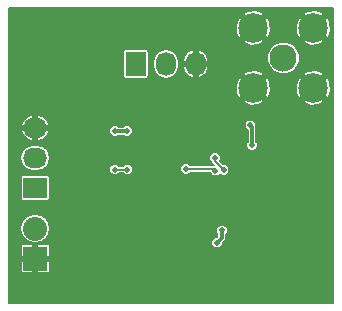
<source format=gbl>
G04 #@! TF.FileFunction,Copper,L2,Bot,Signal*
%FSLAX46Y46*%
G04 Gerber Fmt 4.6, Leading zero omitted, Abs format (unit mm)*
G04 Created by KiCad (PCBNEW (after 2015-mar-04 BZR unknown)-product) date Sat 20 Jun 2015 01:48:00 AM EDT*
%MOMM*%
G01*
G04 APERTURE LIST*
%ADD10C,0.100000*%
%ADD11R,2.032000X2.032000*%
%ADD12O,2.032000X2.032000*%
%ADD13R,1.727200X2.032000*%
%ADD14O,1.727200X2.032000*%
%ADD15R,2.032000X1.727200*%
%ADD16O,2.032000X1.727200*%
%ADD17C,2.300000*%
%ADD18C,2.500000*%
%ADD19C,0.508000*%
%ADD20C,0.300000*%
%ADD21C,0.152400*%
G04 APERTURE END LIST*
D10*
D11*
X120500000Y-82500000D03*
D12*
X120500000Y-79960000D03*
D13*
X129000000Y-66000000D03*
D14*
X131540000Y-66000000D03*
X134080000Y-66000000D03*
D15*
X120500000Y-76500000D03*
D16*
X120500000Y-73960000D03*
X120500000Y-71420000D03*
D17*
X141500000Y-65500000D03*
D18*
X144040000Y-62960000D03*
X138960000Y-62960000D03*
X138960000Y-68040000D03*
X144040000Y-68040000D03*
D19*
X127250000Y-71700000D03*
X128250000Y-71700000D03*
X138750000Y-75300000D03*
X135500000Y-79600000D03*
X136500000Y-81600000D03*
X137050000Y-84350000D03*
X131950000Y-84750000D03*
X128000000Y-84000000D03*
X127350000Y-80000000D03*
X132850000Y-79750000D03*
X132600000Y-78500000D03*
X137500000Y-69750000D03*
X137250000Y-73300000D03*
X133650000Y-72550000D03*
X130800000Y-72350000D03*
X134450000Y-68850000D03*
X126000000Y-65950000D03*
X120000000Y-68800000D03*
X121750000Y-69450000D03*
X136300000Y-80100000D03*
X135900000Y-81150000D03*
X138850000Y-72900000D03*
X138700000Y-71200000D03*
X127250000Y-74950000D03*
X128300000Y-74950000D03*
X133250000Y-74900000D03*
X135750000Y-75050000D03*
X135700000Y-73950000D03*
X136450000Y-75000000D03*
D20*
X128250000Y-71700000D02*
X127250000Y-71700000D01*
X132850000Y-79750000D02*
X132750000Y-79750000D01*
X137250000Y-73300000D02*
X137300000Y-73300000D01*
X136300000Y-80750000D02*
X136300000Y-80100000D01*
X135900000Y-81150000D02*
X136300000Y-80750000D01*
X138850000Y-71350000D02*
X138850000Y-72900000D01*
X138700000Y-71200000D02*
X138850000Y-71350000D01*
D21*
X128300000Y-74950000D02*
X127250000Y-74950000D01*
X135600000Y-74900000D02*
X133250000Y-74900000D01*
X135750000Y-75050000D02*
X135600000Y-74900000D01*
X135700000Y-74250000D02*
X135700000Y-73950000D01*
X136450000Y-75000000D02*
X135700000Y-74250000D01*
G36*
X145721400Y-86221400D02*
X145537189Y-86221400D01*
X145537189Y-68216591D01*
X145537189Y-63136591D01*
X145490801Y-62550199D01*
X145355644Y-62223902D01*
X145183588Y-62067859D01*
X144932141Y-62319306D01*
X144932141Y-61816412D01*
X144776098Y-61644356D01*
X144216591Y-61462811D01*
X143630199Y-61509199D01*
X143303902Y-61644356D01*
X143147859Y-61816412D01*
X144040000Y-62708553D01*
X144932141Y-61816412D01*
X144932141Y-62319306D01*
X144291447Y-62960000D01*
X145183588Y-63852141D01*
X145355644Y-63696098D01*
X145537189Y-63136591D01*
X145537189Y-68216591D01*
X145490801Y-67630199D01*
X145355644Y-67303902D01*
X145183588Y-67147859D01*
X144932141Y-67399306D01*
X144932141Y-66896412D01*
X144932141Y-64103588D01*
X144040000Y-63211447D01*
X143788553Y-63462894D01*
X143788553Y-62960000D01*
X142896412Y-62067859D01*
X142724356Y-62223902D01*
X142542811Y-62783409D01*
X142589199Y-63369801D01*
X142724356Y-63696098D01*
X142896412Y-63852141D01*
X143788553Y-62960000D01*
X143788553Y-63462894D01*
X143147859Y-64103588D01*
X143303902Y-64275644D01*
X143863409Y-64457189D01*
X144449801Y-64410801D01*
X144776098Y-64275644D01*
X144932141Y-64103588D01*
X144932141Y-66896412D01*
X144776098Y-66724356D01*
X144216591Y-66542811D01*
X143630199Y-66589199D01*
X143303902Y-66724356D01*
X143147859Y-66896412D01*
X144040000Y-67788553D01*
X144932141Y-66896412D01*
X144932141Y-67399306D01*
X144291447Y-68040000D01*
X145183588Y-68932141D01*
X145355644Y-68776098D01*
X145537189Y-68216591D01*
X145537189Y-86221400D01*
X144932141Y-86221400D01*
X144932141Y-69183588D01*
X144040000Y-68291447D01*
X143788553Y-68542894D01*
X143788553Y-68040000D01*
X142896412Y-67147859D01*
X142878838Y-67163797D01*
X142878838Y-65226983D01*
X142669401Y-64720106D01*
X142281934Y-64331962D01*
X141775423Y-64121640D01*
X141226983Y-64121162D01*
X140720106Y-64330599D01*
X140457189Y-64593057D01*
X140457189Y-63136591D01*
X140410801Y-62550199D01*
X140275644Y-62223902D01*
X140103588Y-62067859D01*
X139852141Y-62319306D01*
X139852141Y-61816412D01*
X139696098Y-61644356D01*
X139136591Y-61462811D01*
X138550199Y-61509199D01*
X138223902Y-61644356D01*
X138067859Y-61816412D01*
X138960000Y-62708553D01*
X139852141Y-61816412D01*
X139852141Y-62319306D01*
X139211447Y-62960000D01*
X140103588Y-63852141D01*
X140275644Y-63696098D01*
X140457189Y-63136591D01*
X140457189Y-64593057D01*
X140331962Y-64718066D01*
X140121640Y-65224577D01*
X140121162Y-65773017D01*
X140330599Y-66279894D01*
X140718066Y-66668038D01*
X141224577Y-66878360D01*
X141773017Y-66878838D01*
X142279894Y-66669401D01*
X142668038Y-66281934D01*
X142878360Y-65775423D01*
X142878838Y-65226983D01*
X142878838Y-67163797D01*
X142724356Y-67303902D01*
X142542811Y-67863409D01*
X142589199Y-68449801D01*
X142724356Y-68776098D01*
X142896412Y-68932141D01*
X143788553Y-68040000D01*
X143788553Y-68542894D01*
X143147859Y-69183588D01*
X143303902Y-69355644D01*
X143863409Y-69537189D01*
X144449801Y-69490801D01*
X144776098Y-69355644D01*
X144932141Y-69183588D01*
X144932141Y-86221400D01*
X140457189Y-86221400D01*
X140457189Y-68216591D01*
X140410801Y-67630199D01*
X140275644Y-67303902D01*
X140103588Y-67147859D01*
X139852141Y-67399306D01*
X139852141Y-66896412D01*
X139852141Y-64103588D01*
X138960000Y-63211447D01*
X138708553Y-63462894D01*
X138708553Y-62960000D01*
X137816412Y-62067859D01*
X137644356Y-62223902D01*
X137462811Y-62783409D01*
X137509199Y-63369801D01*
X137644356Y-63696098D01*
X137816412Y-63852141D01*
X138708553Y-62960000D01*
X138708553Y-63462894D01*
X138067859Y-64103588D01*
X138223902Y-64275644D01*
X138783409Y-64457189D01*
X139369801Y-64410801D01*
X139696098Y-64275644D01*
X139852141Y-64103588D01*
X139852141Y-66896412D01*
X139696098Y-66724356D01*
X139136591Y-66542811D01*
X138550199Y-66589199D01*
X138223902Y-66724356D01*
X138067859Y-66896412D01*
X138960000Y-67788553D01*
X139852141Y-66896412D01*
X139852141Y-67399306D01*
X139211447Y-68040000D01*
X140103588Y-68932141D01*
X140275644Y-68776098D01*
X140457189Y-68216591D01*
X140457189Y-86221400D01*
X139852141Y-86221400D01*
X139852141Y-69183588D01*
X138960000Y-68291447D01*
X138708553Y-68542894D01*
X138708553Y-68040000D01*
X137816412Y-67147859D01*
X137644356Y-67303902D01*
X137462811Y-67863409D01*
X137509199Y-68449801D01*
X137644356Y-68776098D01*
X137816412Y-68932141D01*
X138708553Y-68040000D01*
X138708553Y-68542894D01*
X138067859Y-69183588D01*
X138223902Y-69355644D01*
X138783409Y-69537189D01*
X139369801Y-69490801D01*
X139696098Y-69355644D01*
X139852141Y-69183588D01*
X139852141Y-86221400D01*
X139332684Y-86221400D01*
X139332684Y-72804426D01*
X139259367Y-72626986D01*
X139228600Y-72596165D01*
X139228600Y-71350005D01*
X139228600Y-71350000D01*
X139228601Y-71350000D01*
X139199781Y-71205116D01*
X139182618Y-71179430D01*
X139182684Y-71104426D01*
X139109367Y-70926986D01*
X138973728Y-70791110D01*
X138796416Y-70717484D01*
X138604426Y-70717316D01*
X138426986Y-70790633D01*
X138291110Y-70926272D01*
X138217484Y-71103584D01*
X138217316Y-71295574D01*
X138290633Y-71473014D01*
X138426272Y-71608890D01*
X138471400Y-71627628D01*
X138471400Y-72596034D01*
X138441110Y-72626272D01*
X138367484Y-72803584D01*
X138367316Y-72995574D01*
X138440633Y-73173014D01*
X138576272Y-73308890D01*
X138753584Y-73382516D01*
X138945574Y-73382684D01*
X139123014Y-73309367D01*
X139258890Y-73173728D01*
X139332516Y-72996416D01*
X139332684Y-72804426D01*
X139332684Y-86221400D01*
X136932684Y-86221400D01*
X136932684Y-74904426D01*
X136859367Y-74726986D01*
X136723728Y-74591110D01*
X136546416Y-74517484D01*
X136398406Y-74517354D01*
X136106833Y-74225781D01*
X136108890Y-74223728D01*
X136182516Y-74046416D01*
X136182684Y-73854426D01*
X136109367Y-73676986D01*
X135973728Y-73541110D01*
X135796416Y-73467484D01*
X135604426Y-73467316D01*
X135426986Y-73540633D01*
X135291110Y-73676272D01*
X135217484Y-73853584D01*
X135217316Y-74045574D01*
X135290633Y-74223014D01*
X135414517Y-74347115D01*
X135418402Y-74366642D01*
X135484474Y-74465526D01*
X135606193Y-74587245D01*
X135586941Y-74595200D01*
X135152738Y-74595200D01*
X135152738Y-66348022D01*
X135152738Y-65651978D01*
X134996219Y-65256350D01*
X134700214Y-64950734D01*
X134424190Y-64811050D01*
X134257800Y-64827936D01*
X134257800Y-65822200D01*
X135112983Y-65822200D01*
X135152738Y-65651978D01*
X135152738Y-66348022D01*
X135112983Y-66177800D01*
X134257800Y-66177800D01*
X134257800Y-67172064D01*
X134424190Y-67188950D01*
X134700214Y-67049266D01*
X134996219Y-66743650D01*
X135152738Y-66348022D01*
X135152738Y-74595200D01*
X133902200Y-74595200D01*
X133902200Y-67172064D01*
X133902200Y-66177800D01*
X133902200Y-65822200D01*
X133902200Y-64827936D01*
X133735810Y-64811050D01*
X133459786Y-64950734D01*
X133163781Y-65256350D01*
X133007262Y-65651978D01*
X133047017Y-65822200D01*
X133902200Y-65822200D01*
X133902200Y-66177800D01*
X133047017Y-66177800D01*
X133007262Y-66348022D01*
X133163781Y-66743650D01*
X133459786Y-67049266D01*
X133735810Y-67188950D01*
X133902200Y-67172064D01*
X133902200Y-74595200D01*
X133627636Y-74595200D01*
X133523728Y-74491110D01*
X133346416Y-74417484D01*
X133154426Y-74417316D01*
X132976986Y-74490633D01*
X132841110Y-74626272D01*
X132767484Y-74803584D01*
X132767316Y-74995574D01*
X132840633Y-75173014D01*
X132976272Y-75308890D01*
X133153584Y-75382516D01*
X133345574Y-75382684D01*
X133523014Y-75309367D01*
X133627763Y-75204800D01*
X135291787Y-75204800D01*
X135340633Y-75323014D01*
X135476272Y-75458890D01*
X135653584Y-75532516D01*
X135845574Y-75532684D01*
X136023014Y-75459367D01*
X136125015Y-75357543D01*
X136176272Y-75408890D01*
X136353584Y-75482516D01*
X136545574Y-75482684D01*
X136723014Y-75409367D01*
X136858890Y-75273728D01*
X136932516Y-75096416D01*
X136932684Y-74904426D01*
X136932684Y-86221400D01*
X136782684Y-86221400D01*
X136782684Y-80004426D01*
X136709367Y-79826986D01*
X136573728Y-79691110D01*
X136396416Y-79617484D01*
X136204426Y-79617316D01*
X136026986Y-79690633D01*
X135891110Y-79826272D01*
X135817484Y-80003584D01*
X135817316Y-80195574D01*
X135890633Y-80373014D01*
X135921400Y-80403834D01*
X135921400Y-80593178D01*
X135847225Y-80667353D01*
X135804426Y-80667316D01*
X135626986Y-80740633D01*
X135491110Y-80876272D01*
X135417484Y-81053584D01*
X135417316Y-81245574D01*
X135490633Y-81423014D01*
X135626272Y-81558890D01*
X135803584Y-81632516D01*
X135995574Y-81632684D01*
X136173014Y-81559367D01*
X136308890Y-81423728D01*
X136382516Y-81246416D01*
X136382554Y-81202867D01*
X136567707Y-81017713D01*
X136567710Y-81017711D01*
X136567711Y-81017711D01*
X136649781Y-80894884D01*
X136678600Y-80750000D01*
X136678600Y-80403965D01*
X136708890Y-80373728D01*
X136782516Y-80196416D01*
X136782684Y-80004426D01*
X136782684Y-86221400D01*
X132632200Y-86221400D01*
X132632200Y-66176783D01*
X132632200Y-65823217D01*
X132549061Y-65405250D01*
X132312302Y-65050915D01*
X131957967Y-64814156D01*
X131540000Y-64731017D01*
X131122033Y-64814156D01*
X130767698Y-65050915D01*
X130530939Y-65405250D01*
X130447800Y-65823217D01*
X130447800Y-66176783D01*
X130530939Y-66594750D01*
X130767698Y-66949085D01*
X131122033Y-67185844D01*
X131540000Y-67268983D01*
X131957967Y-67185844D01*
X132312302Y-66949085D01*
X132549061Y-66594750D01*
X132632200Y-66176783D01*
X132632200Y-86221400D01*
X130096679Y-86221400D01*
X130096679Y-67016000D01*
X130096679Y-64984000D01*
X130079767Y-64896836D01*
X130029442Y-64820226D01*
X129953471Y-64768944D01*
X129863600Y-64750921D01*
X128136400Y-64750921D01*
X128049236Y-64767833D01*
X127972626Y-64818158D01*
X127921344Y-64894129D01*
X127903321Y-64984000D01*
X127903321Y-67016000D01*
X127920233Y-67103164D01*
X127970558Y-67179774D01*
X128046529Y-67231056D01*
X128136400Y-67249079D01*
X129863600Y-67249079D01*
X129950764Y-67232167D01*
X130027374Y-67181842D01*
X130078656Y-67105871D01*
X130096679Y-67016000D01*
X130096679Y-86221400D01*
X128782684Y-86221400D01*
X128782684Y-74854426D01*
X128732684Y-74733417D01*
X128732684Y-71604426D01*
X128659367Y-71426986D01*
X128523728Y-71291110D01*
X128346416Y-71217484D01*
X128154426Y-71217316D01*
X127976986Y-71290633D01*
X127946165Y-71321400D01*
X127553965Y-71321400D01*
X127523728Y-71291110D01*
X127346416Y-71217484D01*
X127154426Y-71217316D01*
X126976986Y-71290633D01*
X126841110Y-71426272D01*
X126767484Y-71603584D01*
X126767316Y-71795574D01*
X126840633Y-71973014D01*
X126976272Y-72108890D01*
X127153584Y-72182516D01*
X127345574Y-72182684D01*
X127523014Y-72109367D01*
X127553834Y-72078600D01*
X127946034Y-72078600D01*
X127976272Y-72108890D01*
X128153584Y-72182516D01*
X128345574Y-72182684D01*
X128523014Y-72109367D01*
X128658890Y-71973728D01*
X128732516Y-71796416D01*
X128732684Y-71604426D01*
X128732684Y-74733417D01*
X128709367Y-74676986D01*
X128573728Y-74541110D01*
X128396416Y-74467484D01*
X128204426Y-74467316D01*
X128026986Y-74540633D01*
X127922236Y-74645200D01*
X127627636Y-74645200D01*
X127523728Y-74541110D01*
X127346416Y-74467484D01*
X127154426Y-74467316D01*
X126976986Y-74540633D01*
X126841110Y-74676272D01*
X126767484Y-74853584D01*
X126767316Y-75045574D01*
X126840633Y-75223014D01*
X126976272Y-75358890D01*
X127153584Y-75432516D01*
X127345574Y-75432684D01*
X127523014Y-75359367D01*
X127627763Y-75254800D01*
X127922363Y-75254800D01*
X128026272Y-75358890D01*
X128203584Y-75432516D01*
X128395574Y-75432684D01*
X128573014Y-75359367D01*
X128708890Y-75223728D01*
X128782516Y-75046416D01*
X128782684Y-74854426D01*
X128782684Y-86221400D01*
X121768983Y-86221400D01*
X121768983Y-79960000D01*
X121768983Y-73960000D01*
X121688950Y-73557647D01*
X121688950Y-71764190D01*
X121688950Y-71075810D01*
X121549266Y-70799786D01*
X121243650Y-70503781D01*
X120848022Y-70347262D01*
X120677800Y-70387017D01*
X120677800Y-71242200D01*
X121672064Y-71242200D01*
X121688950Y-71075810D01*
X121688950Y-71764190D01*
X121672064Y-71597800D01*
X120677800Y-71597800D01*
X120677800Y-72452983D01*
X120848022Y-72492738D01*
X121243650Y-72336219D01*
X121549266Y-72040214D01*
X121688950Y-71764190D01*
X121688950Y-73557647D01*
X121685844Y-73542033D01*
X121449085Y-73187698D01*
X121094750Y-72950939D01*
X120676783Y-72867800D01*
X120323217Y-72867800D01*
X120322200Y-72868002D01*
X120322200Y-72452983D01*
X120322200Y-71597800D01*
X120322200Y-71242200D01*
X120322200Y-70387017D01*
X120151978Y-70347262D01*
X119756350Y-70503781D01*
X119450734Y-70799786D01*
X119311050Y-71075810D01*
X119327936Y-71242200D01*
X120322200Y-71242200D01*
X120322200Y-71597800D01*
X119327936Y-71597800D01*
X119311050Y-71764190D01*
X119450734Y-72040214D01*
X119756350Y-72336219D01*
X120151978Y-72492738D01*
X120322200Y-72452983D01*
X120322200Y-72868002D01*
X119905250Y-72950939D01*
X119550915Y-73187698D01*
X119314156Y-73542033D01*
X119231017Y-73960000D01*
X119314156Y-74377967D01*
X119550915Y-74732302D01*
X119905250Y-74969061D01*
X120323217Y-75052200D01*
X120676783Y-75052200D01*
X121094750Y-74969061D01*
X121449085Y-74732302D01*
X121685844Y-74377967D01*
X121768983Y-73960000D01*
X121768983Y-79960000D01*
X121749079Y-79859936D01*
X121749079Y-77363600D01*
X121749079Y-75636400D01*
X121732167Y-75549236D01*
X121681842Y-75472626D01*
X121605871Y-75421344D01*
X121516000Y-75403321D01*
X119484000Y-75403321D01*
X119396836Y-75420233D01*
X119320226Y-75470558D01*
X119268944Y-75546529D01*
X119250921Y-75636400D01*
X119250921Y-77363600D01*
X119267833Y-77450764D01*
X119318158Y-77527374D01*
X119394129Y-77578656D01*
X119484000Y-77596679D01*
X121516000Y-77596679D01*
X121603164Y-77579767D01*
X121679774Y-77529442D01*
X121731056Y-77453471D01*
X121749079Y-77363600D01*
X121749079Y-79859936D01*
X121674243Y-79483712D01*
X121404448Y-79079935D01*
X121000671Y-78810140D01*
X120524383Y-78715400D01*
X120475617Y-78715400D01*
X119999329Y-78810140D01*
X119595552Y-79079935D01*
X119325757Y-79483712D01*
X119231017Y-79960000D01*
X119325757Y-80436288D01*
X119595552Y-80840065D01*
X119999329Y-81109860D01*
X120475617Y-81204600D01*
X120524383Y-81204600D01*
X121000671Y-81109860D01*
X121404448Y-80840065D01*
X121674243Y-80436288D01*
X121768983Y-79960000D01*
X121768983Y-86221400D01*
X121744600Y-86221400D01*
X121744600Y-83561472D01*
X121744600Y-83470529D01*
X121744600Y-82734950D01*
X121744600Y-82265050D01*
X121744600Y-81529471D01*
X121744600Y-81438528D01*
X121709797Y-81354508D01*
X121645491Y-81290202D01*
X121561471Y-81255400D01*
X120734950Y-81255400D01*
X120677800Y-81312550D01*
X120677800Y-82322200D01*
X121687450Y-82322200D01*
X121744600Y-82265050D01*
X121744600Y-82734950D01*
X121687450Y-82677800D01*
X120677800Y-82677800D01*
X120677800Y-83687450D01*
X120734950Y-83744600D01*
X121561471Y-83744600D01*
X121645491Y-83709798D01*
X121709797Y-83645492D01*
X121744600Y-83561472D01*
X121744600Y-86221400D01*
X120322200Y-86221400D01*
X120322200Y-83687450D01*
X120322200Y-82677800D01*
X120322200Y-82322200D01*
X120322200Y-81312550D01*
X120265050Y-81255400D01*
X119438529Y-81255400D01*
X119354509Y-81290202D01*
X119290203Y-81354508D01*
X119255400Y-81438528D01*
X119255400Y-81529471D01*
X119255400Y-82265050D01*
X119312550Y-82322200D01*
X120322200Y-82322200D01*
X120322200Y-82677800D01*
X119312550Y-82677800D01*
X119255400Y-82734950D01*
X119255400Y-83470529D01*
X119255400Y-83561472D01*
X119290203Y-83645492D01*
X119354509Y-83709798D01*
X119438529Y-83744600D01*
X120265050Y-83744600D01*
X120322200Y-83687450D01*
X120322200Y-86221400D01*
X118278600Y-86221400D01*
X118278600Y-86000000D01*
X118278600Y-61278600D01*
X145721400Y-61278600D01*
X145721400Y-86221400D01*
X145721400Y-86221400D01*
G37*
X145721400Y-86221400D02*
X145537189Y-86221400D01*
X145537189Y-68216591D01*
X145537189Y-63136591D01*
X145490801Y-62550199D01*
X145355644Y-62223902D01*
X145183588Y-62067859D01*
X144932141Y-62319306D01*
X144932141Y-61816412D01*
X144776098Y-61644356D01*
X144216591Y-61462811D01*
X143630199Y-61509199D01*
X143303902Y-61644356D01*
X143147859Y-61816412D01*
X144040000Y-62708553D01*
X144932141Y-61816412D01*
X144932141Y-62319306D01*
X144291447Y-62960000D01*
X145183588Y-63852141D01*
X145355644Y-63696098D01*
X145537189Y-63136591D01*
X145537189Y-68216591D01*
X145490801Y-67630199D01*
X145355644Y-67303902D01*
X145183588Y-67147859D01*
X144932141Y-67399306D01*
X144932141Y-66896412D01*
X144932141Y-64103588D01*
X144040000Y-63211447D01*
X143788553Y-63462894D01*
X143788553Y-62960000D01*
X142896412Y-62067859D01*
X142724356Y-62223902D01*
X142542811Y-62783409D01*
X142589199Y-63369801D01*
X142724356Y-63696098D01*
X142896412Y-63852141D01*
X143788553Y-62960000D01*
X143788553Y-63462894D01*
X143147859Y-64103588D01*
X143303902Y-64275644D01*
X143863409Y-64457189D01*
X144449801Y-64410801D01*
X144776098Y-64275644D01*
X144932141Y-64103588D01*
X144932141Y-66896412D01*
X144776098Y-66724356D01*
X144216591Y-66542811D01*
X143630199Y-66589199D01*
X143303902Y-66724356D01*
X143147859Y-66896412D01*
X144040000Y-67788553D01*
X144932141Y-66896412D01*
X144932141Y-67399306D01*
X144291447Y-68040000D01*
X145183588Y-68932141D01*
X145355644Y-68776098D01*
X145537189Y-68216591D01*
X145537189Y-86221400D01*
X144932141Y-86221400D01*
X144932141Y-69183588D01*
X144040000Y-68291447D01*
X143788553Y-68542894D01*
X143788553Y-68040000D01*
X142896412Y-67147859D01*
X142878838Y-67163797D01*
X142878838Y-65226983D01*
X142669401Y-64720106D01*
X142281934Y-64331962D01*
X141775423Y-64121640D01*
X141226983Y-64121162D01*
X140720106Y-64330599D01*
X140457189Y-64593057D01*
X140457189Y-63136591D01*
X140410801Y-62550199D01*
X140275644Y-62223902D01*
X140103588Y-62067859D01*
X139852141Y-62319306D01*
X139852141Y-61816412D01*
X139696098Y-61644356D01*
X139136591Y-61462811D01*
X138550199Y-61509199D01*
X138223902Y-61644356D01*
X138067859Y-61816412D01*
X138960000Y-62708553D01*
X139852141Y-61816412D01*
X139852141Y-62319306D01*
X139211447Y-62960000D01*
X140103588Y-63852141D01*
X140275644Y-63696098D01*
X140457189Y-63136591D01*
X140457189Y-64593057D01*
X140331962Y-64718066D01*
X140121640Y-65224577D01*
X140121162Y-65773017D01*
X140330599Y-66279894D01*
X140718066Y-66668038D01*
X141224577Y-66878360D01*
X141773017Y-66878838D01*
X142279894Y-66669401D01*
X142668038Y-66281934D01*
X142878360Y-65775423D01*
X142878838Y-65226983D01*
X142878838Y-67163797D01*
X142724356Y-67303902D01*
X142542811Y-67863409D01*
X142589199Y-68449801D01*
X142724356Y-68776098D01*
X142896412Y-68932141D01*
X143788553Y-68040000D01*
X143788553Y-68542894D01*
X143147859Y-69183588D01*
X143303902Y-69355644D01*
X143863409Y-69537189D01*
X144449801Y-69490801D01*
X144776098Y-69355644D01*
X144932141Y-69183588D01*
X144932141Y-86221400D01*
X140457189Y-86221400D01*
X140457189Y-68216591D01*
X140410801Y-67630199D01*
X140275644Y-67303902D01*
X140103588Y-67147859D01*
X139852141Y-67399306D01*
X139852141Y-66896412D01*
X139852141Y-64103588D01*
X138960000Y-63211447D01*
X138708553Y-63462894D01*
X138708553Y-62960000D01*
X137816412Y-62067859D01*
X137644356Y-62223902D01*
X137462811Y-62783409D01*
X137509199Y-63369801D01*
X137644356Y-63696098D01*
X137816412Y-63852141D01*
X138708553Y-62960000D01*
X138708553Y-63462894D01*
X138067859Y-64103588D01*
X138223902Y-64275644D01*
X138783409Y-64457189D01*
X139369801Y-64410801D01*
X139696098Y-64275644D01*
X139852141Y-64103588D01*
X139852141Y-66896412D01*
X139696098Y-66724356D01*
X139136591Y-66542811D01*
X138550199Y-66589199D01*
X138223902Y-66724356D01*
X138067859Y-66896412D01*
X138960000Y-67788553D01*
X139852141Y-66896412D01*
X139852141Y-67399306D01*
X139211447Y-68040000D01*
X140103588Y-68932141D01*
X140275644Y-68776098D01*
X140457189Y-68216591D01*
X140457189Y-86221400D01*
X139852141Y-86221400D01*
X139852141Y-69183588D01*
X138960000Y-68291447D01*
X138708553Y-68542894D01*
X138708553Y-68040000D01*
X137816412Y-67147859D01*
X137644356Y-67303902D01*
X137462811Y-67863409D01*
X137509199Y-68449801D01*
X137644356Y-68776098D01*
X137816412Y-68932141D01*
X138708553Y-68040000D01*
X138708553Y-68542894D01*
X138067859Y-69183588D01*
X138223902Y-69355644D01*
X138783409Y-69537189D01*
X139369801Y-69490801D01*
X139696098Y-69355644D01*
X139852141Y-69183588D01*
X139852141Y-86221400D01*
X139332684Y-86221400D01*
X139332684Y-72804426D01*
X139259367Y-72626986D01*
X139228600Y-72596165D01*
X139228600Y-71350005D01*
X139228600Y-71350000D01*
X139228601Y-71350000D01*
X139199781Y-71205116D01*
X139182618Y-71179430D01*
X139182684Y-71104426D01*
X139109367Y-70926986D01*
X138973728Y-70791110D01*
X138796416Y-70717484D01*
X138604426Y-70717316D01*
X138426986Y-70790633D01*
X138291110Y-70926272D01*
X138217484Y-71103584D01*
X138217316Y-71295574D01*
X138290633Y-71473014D01*
X138426272Y-71608890D01*
X138471400Y-71627628D01*
X138471400Y-72596034D01*
X138441110Y-72626272D01*
X138367484Y-72803584D01*
X138367316Y-72995574D01*
X138440633Y-73173014D01*
X138576272Y-73308890D01*
X138753584Y-73382516D01*
X138945574Y-73382684D01*
X139123014Y-73309367D01*
X139258890Y-73173728D01*
X139332516Y-72996416D01*
X139332684Y-72804426D01*
X139332684Y-86221400D01*
X136932684Y-86221400D01*
X136932684Y-74904426D01*
X136859367Y-74726986D01*
X136723728Y-74591110D01*
X136546416Y-74517484D01*
X136398406Y-74517354D01*
X136106833Y-74225781D01*
X136108890Y-74223728D01*
X136182516Y-74046416D01*
X136182684Y-73854426D01*
X136109367Y-73676986D01*
X135973728Y-73541110D01*
X135796416Y-73467484D01*
X135604426Y-73467316D01*
X135426986Y-73540633D01*
X135291110Y-73676272D01*
X135217484Y-73853584D01*
X135217316Y-74045574D01*
X135290633Y-74223014D01*
X135414517Y-74347115D01*
X135418402Y-74366642D01*
X135484474Y-74465526D01*
X135606193Y-74587245D01*
X135586941Y-74595200D01*
X135152738Y-74595200D01*
X135152738Y-66348022D01*
X135152738Y-65651978D01*
X134996219Y-65256350D01*
X134700214Y-64950734D01*
X134424190Y-64811050D01*
X134257800Y-64827936D01*
X134257800Y-65822200D01*
X135112983Y-65822200D01*
X135152738Y-65651978D01*
X135152738Y-66348022D01*
X135112983Y-66177800D01*
X134257800Y-66177800D01*
X134257800Y-67172064D01*
X134424190Y-67188950D01*
X134700214Y-67049266D01*
X134996219Y-66743650D01*
X135152738Y-66348022D01*
X135152738Y-74595200D01*
X133902200Y-74595200D01*
X133902200Y-67172064D01*
X133902200Y-66177800D01*
X133902200Y-65822200D01*
X133902200Y-64827936D01*
X133735810Y-64811050D01*
X133459786Y-64950734D01*
X133163781Y-65256350D01*
X133007262Y-65651978D01*
X133047017Y-65822200D01*
X133902200Y-65822200D01*
X133902200Y-66177800D01*
X133047017Y-66177800D01*
X133007262Y-66348022D01*
X133163781Y-66743650D01*
X133459786Y-67049266D01*
X133735810Y-67188950D01*
X133902200Y-67172064D01*
X133902200Y-74595200D01*
X133627636Y-74595200D01*
X133523728Y-74491110D01*
X133346416Y-74417484D01*
X133154426Y-74417316D01*
X132976986Y-74490633D01*
X132841110Y-74626272D01*
X132767484Y-74803584D01*
X132767316Y-74995574D01*
X132840633Y-75173014D01*
X132976272Y-75308890D01*
X133153584Y-75382516D01*
X133345574Y-75382684D01*
X133523014Y-75309367D01*
X133627763Y-75204800D01*
X135291787Y-75204800D01*
X135340633Y-75323014D01*
X135476272Y-75458890D01*
X135653584Y-75532516D01*
X135845574Y-75532684D01*
X136023014Y-75459367D01*
X136125015Y-75357543D01*
X136176272Y-75408890D01*
X136353584Y-75482516D01*
X136545574Y-75482684D01*
X136723014Y-75409367D01*
X136858890Y-75273728D01*
X136932516Y-75096416D01*
X136932684Y-74904426D01*
X136932684Y-86221400D01*
X136782684Y-86221400D01*
X136782684Y-80004426D01*
X136709367Y-79826986D01*
X136573728Y-79691110D01*
X136396416Y-79617484D01*
X136204426Y-79617316D01*
X136026986Y-79690633D01*
X135891110Y-79826272D01*
X135817484Y-80003584D01*
X135817316Y-80195574D01*
X135890633Y-80373014D01*
X135921400Y-80403834D01*
X135921400Y-80593178D01*
X135847225Y-80667353D01*
X135804426Y-80667316D01*
X135626986Y-80740633D01*
X135491110Y-80876272D01*
X135417484Y-81053584D01*
X135417316Y-81245574D01*
X135490633Y-81423014D01*
X135626272Y-81558890D01*
X135803584Y-81632516D01*
X135995574Y-81632684D01*
X136173014Y-81559367D01*
X136308890Y-81423728D01*
X136382516Y-81246416D01*
X136382554Y-81202867D01*
X136567707Y-81017713D01*
X136567710Y-81017711D01*
X136567711Y-81017711D01*
X136649781Y-80894884D01*
X136678600Y-80750000D01*
X136678600Y-80403965D01*
X136708890Y-80373728D01*
X136782516Y-80196416D01*
X136782684Y-80004426D01*
X136782684Y-86221400D01*
X132632200Y-86221400D01*
X132632200Y-66176783D01*
X132632200Y-65823217D01*
X132549061Y-65405250D01*
X132312302Y-65050915D01*
X131957967Y-64814156D01*
X131540000Y-64731017D01*
X131122033Y-64814156D01*
X130767698Y-65050915D01*
X130530939Y-65405250D01*
X130447800Y-65823217D01*
X130447800Y-66176783D01*
X130530939Y-66594750D01*
X130767698Y-66949085D01*
X131122033Y-67185844D01*
X131540000Y-67268983D01*
X131957967Y-67185844D01*
X132312302Y-66949085D01*
X132549061Y-66594750D01*
X132632200Y-66176783D01*
X132632200Y-86221400D01*
X130096679Y-86221400D01*
X130096679Y-67016000D01*
X130096679Y-64984000D01*
X130079767Y-64896836D01*
X130029442Y-64820226D01*
X129953471Y-64768944D01*
X129863600Y-64750921D01*
X128136400Y-64750921D01*
X128049236Y-64767833D01*
X127972626Y-64818158D01*
X127921344Y-64894129D01*
X127903321Y-64984000D01*
X127903321Y-67016000D01*
X127920233Y-67103164D01*
X127970558Y-67179774D01*
X128046529Y-67231056D01*
X128136400Y-67249079D01*
X129863600Y-67249079D01*
X129950764Y-67232167D01*
X130027374Y-67181842D01*
X130078656Y-67105871D01*
X130096679Y-67016000D01*
X130096679Y-86221400D01*
X128782684Y-86221400D01*
X128782684Y-74854426D01*
X128732684Y-74733417D01*
X128732684Y-71604426D01*
X128659367Y-71426986D01*
X128523728Y-71291110D01*
X128346416Y-71217484D01*
X128154426Y-71217316D01*
X127976986Y-71290633D01*
X127946165Y-71321400D01*
X127553965Y-71321400D01*
X127523728Y-71291110D01*
X127346416Y-71217484D01*
X127154426Y-71217316D01*
X126976986Y-71290633D01*
X126841110Y-71426272D01*
X126767484Y-71603584D01*
X126767316Y-71795574D01*
X126840633Y-71973014D01*
X126976272Y-72108890D01*
X127153584Y-72182516D01*
X127345574Y-72182684D01*
X127523014Y-72109367D01*
X127553834Y-72078600D01*
X127946034Y-72078600D01*
X127976272Y-72108890D01*
X128153584Y-72182516D01*
X128345574Y-72182684D01*
X128523014Y-72109367D01*
X128658890Y-71973728D01*
X128732516Y-71796416D01*
X128732684Y-71604426D01*
X128732684Y-74733417D01*
X128709367Y-74676986D01*
X128573728Y-74541110D01*
X128396416Y-74467484D01*
X128204426Y-74467316D01*
X128026986Y-74540633D01*
X127922236Y-74645200D01*
X127627636Y-74645200D01*
X127523728Y-74541110D01*
X127346416Y-74467484D01*
X127154426Y-74467316D01*
X126976986Y-74540633D01*
X126841110Y-74676272D01*
X126767484Y-74853584D01*
X126767316Y-75045574D01*
X126840633Y-75223014D01*
X126976272Y-75358890D01*
X127153584Y-75432516D01*
X127345574Y-75432684D01*
X127523014Y-75359367D01*
X127627763Y-75254800D01*
X127922363Y-75254800D01*
X128026272Y-75358890D01*
X128203584Y-75432516D01*
X128395574Y-75432684D01*
X128573014Y-75359367D01*
X128708890Y-75223728D01*
X128782516Y-75046416D01*
X128782684Y-74854426D01*
X128782684Y-86221400D01*
X121768983Y-86221400D01*
X121768983Y-79960000D01*
X121768983Y-73960000D01*
X121688950Y-73557647D01*
X121688950Y-71764190D01*
X121688950Y-71075810D01*
X121549266Y-70799786D01*
X121243650Y-70503781D01*
X120848022Y-70347262D01*
X120677800Y-70387017D01*
X120677800Y-71242200D01*
X121672064Y-71242200D01*
X121688950Y-71075810D01*
X121688950Y-71764190D01*
X121672064Y-71597800D01*
X120677800Y-71597800D01*
X120677800Y-72452983D01*
X120848022Y-72492738D01*
X121243650Y-72336219D01*
X121549266Y-72040214D01*
X121688950Y-71764190D01*
X121688950Y-73557647D01*
X121685844Y-73542033D01*
X121449085Y-73187698D01*
X121094750Y-72950939D01*
X120676783Y-72867800D01*
X120323217Y-72867800D01*
X120322200Y-72868002D01*
X120322200Y-72452983D01*
X120322200Y-71597800D01*
X120322200Y-71242200D01*
X120322200Y-70387017D01*
X120151978Y-70347262D01*
X119756350Y-70503781D01*
X119450734Y-70799786D01*
X119311050Y-71075810D01*
X119327936Y-71242200D01*
X120322200Y-71242200D01*
X120322200Y-71597800D01*
X119327936Y-71597800D01*
X119311050Y-71764190D01*
X119450734Y-72040214D01*
X119756350Y-72336219D01*
X120151978Y-72492738D01*
X120322200Y-72452983D01*
X120322200Y-72868002D01*
X119905250Y-72950939D01*
X119550915Y-73187698D01*
X119314156Y-73542033D01*
X119231017Y-73960000D01*
X119314156Y-74377967D01*
X119550915Y-74732302D01*
X119905250Y-74969061D01*
X120323217Y-75052200D01*
X120676783Y-75052200D01*
X121094750Y-74969061D01*
X121449085Y-74732302D01*
X121685844Y-74377967D01*
X121768983Y-73960000D01*
X121768983Y-79960000D01*
X121749079Y-79859936D01*
X121749079Y-77363600D01*
X121749079Y-75636400D01*
X121732167Y-75549236D01*
X121681842Y-75472626D01*
X121605871Y-75421344D01*
X121516000Y-75403321D01*
X119484000Y-75403321D01*
X119396836Y-75420233D01*
X119320226Y-75470558D01*
X119268944Y-75546529D01*
X119250921Y-75636400D01*
X119250921Y-77363600D01*
X119267833Y-77450764D01*
X119318158Y-77527374D01*
X119394129Y-77578656D01*
X119484000Y-77596679D01*
X121516000Y-77596679D01*
X121603164Y-77579767D01*
X121679774Y-77529442D01*
X121731056Y-77453471D01*
X121749079Y-77363600D01*
X121749079Y-79859936D01*
X121674243Y-79483712D01*
X121404448Y-79079935D01*
X121000671Y-78810140D01*
X120524383Y-78715400D01*
X120475617Y-78715400D01*
X119999329Y-78810140D01*
X119595552Y-79079935D01*
X119325757Y-79483712D01*
X119231017Y-79960000D01*
X119325757Y-80436288D01*
X119595552Y-80840065D01*
X119999329Y-81109860D01*
X120475617Y-81204600D01*
X120524383Y-81204600D01*
X121000671Y-81109860D01*
X121404448Y-80840065D01*
X121674243Y-80436288D01*
X121768983Y-79960000D01*
X121768983Y-86221400D01*
X121744600Y-86221400D01*
X121744600Y-83561472D01*
X121744600Y-83470529D01*
X121744600Y-82734950D01*
X121744600Y-82265050D01*
X121744600Y-81529471D01*
X121744600Y-81438528D01*
X121709797Y-81354508D01*
X121645491Y-81290202D01*
X121561471Y-81255400D01*
X120734950Y-81255400D01*
X120677800Y-81312550D01*
X120677800Y-82322200D01*
X121687450Y-82322200D01*
X121744600Y-82265050D01*
X121744600Y-82734950D01*
X121687450Y-82677800D01*
X120677800Y-82677800D01*
X120677800Y-83687450D01*
X120734950Y-83744600D01*
X121561471Y-83744600D01*
X121645491Y-83709798D01*
X121709797Y-83645492D01*
X121744600Y-83561472D01*
X121744600Y-86221400D01*
X120322200Y-86221400D01*
X120322200Y-83687450D01*
X120322200Y-82677800D01*
X120322200Y-82322200D01*
X120322200Y-81312550D01*
X120265050Y-81255400D01*
X119438529Y-81255400D01*
X119354509Y-81290202D01*
X119290203Y-81354508D01*
X119255400Y-81438528D01*
X119255400Y-81529471D01*
X119255400Y-82265050D01*
X119312550Y-82322200D01*
X120322200Y-82322200D01*
X120322200Y-82677800D01*
X119312550Y-82677800D01*
X119255400Y-82734950D01*
X119255400Y-83470529D01*
X119255400Y-83561472D01*
X119290203Y-83645492D01*
X119354509Y-83709798D01*
X119438529Y-83744600D01*
X120265050Y-83744600D01*
X120322200Y-83687450D01*
X120322200Y-86221400D01*
X118278600Y-86221400D01*
X118278600Y-86000000D01*
X118278600Y-61278600D01*
X145721400Y-61278600D01*
X145721400Y-86221400D01*
M02*

</source>
